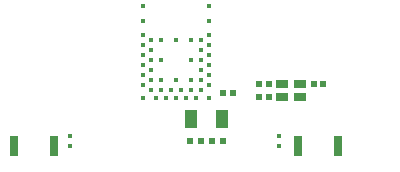
<source format=gtp>
G04*
G04 #@! TF.GenerationSoftware,Altium Limited,Altium Designer,21.6.4 (81)*
G04*
G04 Layer_Color=8421504*
%FSLAX44Y44*%
%MOMM*%
G71*
G04*
G04 #@! TF.SameCoordinates,6379334F-7AA2-413A-8348-2233F6679C20*
G04*
G04*
G04 #@! TF.FilePolarity,Positive*
G04*
G01*
G75*
%ADD14C,0.0100*%
%ADD15R,0.6200X0.6200*%
%ADD16R,0.3500X0.3600*%
%ADD17R,0.5200X0.5500*%
%ADD18R,0.8000X1.7000*%
%ADD19R,0.4000X0.4000*%
%ADD20R,1.0000X1.5500*%
%ADD21R,1.0000X0.8000*%
D14*
X381250Y77250D02*
D03*
X368550D02*
D03*
X381250Y89950D02*
D03*
X368550D02*
D03*
X381250Y102650D02*
D03*
X368550D02*
D03*
D15*
X248500Y141000D02*
D03*
X239500D02*
D03*
X221000Y100250D02*
D03*
X212000D02*
D03*
X230750D02*
D03*
X239750D02*
D03*
D16*
X287250Y95500D02*
D03*
Y103900D02*
D03*
X110500Y103950D02*
D03*
Y95550D02*
D03*
D17*
X270500Y148000D02*
D03*
X278500D02*
D03*
Y137000D02*
D03*
X270500D02*
D03*
X316500Y148000D02*
D03*
X324500D02*
D03*
D18*
X337000Y95500D02*
D03*
X303000D02*
D03*
X97000D02*
D03*
X63000D02*
D03*
D19*
X212750Y151250D02*
D03*
X187250D02*
D03*
Y185250D02*
D03*
X227750Y201750D02*
D03*
X221250Y185250D02*
D03*
Y176750D02*
D03*
Y168250D02*
D03*
X212750D02*
D03*
X200000Y151250D02*
D03*
X187250Y168250D02*
D03*
X227750Y214000D02*
D03*
Y189500D02*
D03*
Y181000D02*
D03*
Y172500D02*
D03*
Y164000D02*
D03*
X221250Y151250D02*
D03*
X227750Y136250D02*
D03*
X217000D02*
D03*
X208500D02*
D03*
X200000D02*
D03*
X191500D02*
D03*
X221250Y159750D02*
D03*
X227750Y155500D02*
D03*
Y147000D02*
D03*
X221250Y142750D02*
D03*
X212750D02*
D03*
X204250D02*
D03*
X195750D02*
D03*
X187250D02*
D03*
X183000Y136250D02*
D03*
X172250Y214000D02*
D03*
Y201750D02*
D03*
Y189500D02*
D03*
Y181000D02*
D03*
Y172500D02*
D03*
Y164000D02*
D03*
Y155500D02*
D03*
Y147000D02*
D03*
Y136250D02*
D03*
X178750Y185250D02*
D03*
Y176750D02*
D03*
Y168250D02*
D03*
Y159750D02*
D03*
Y151250D02*
D03*
Y142750D02*
D03*
X212750Y185250D02*
D03*
X200000D02*
D03*
D20*
X238750Y118750D02*
D03*
X212750D02*
D03*
D21*
X305000Y137000D02*
D03*
X290000D02*
D03*
Y148000D02*
D03*
X305000D02*
D03*
M02*

</source>
